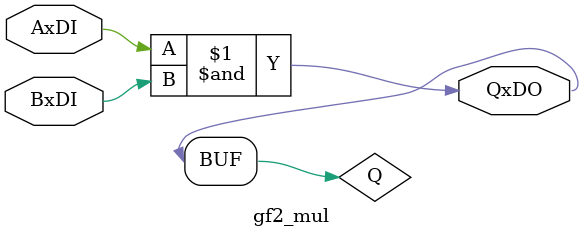
<source format=v>
module gf2_mul
#
(
    parameter N = 1
)
(
    AxDI,
    BxDI,
    QxDO
);
input [N-1:0] AxDI;
input [N-1:0] BxDI;
output [N-1:0] QxDO;

generate
    wire [N-1:0] Q;

    if (N==1) begin
        assign Q = AxDI & BxDI;
    end

    if (N==2) begin
        wire [N-1:0] A;
        wire [N-1:0] B;
        wire [N-1:0] Q_norm;

        assign A[0] = AxDI[0];
        assign A[1] = AxDI[1];
        assign B[0] = BxDI[0];
        assign B[1] = BxDI[1];

        assign Q_norm[0] = (A[0] & B[1]) ^ (A[1] & B[0]) ^ (A[1] & B[1]);//((A[1] ^ A[0]) & (B[1] ^ B[0])) ^ (A[0] & B[0]);
        assign Q_norm[1] = (A[0] & B[1]) ^ (A[1] & B[0]) ^ (A[0] & B[0]);//((A[1] ^ A[0]) & (B[1] ^ B[0])) ^ (A[1] & B[1]);
        
        assign Q[0] = Q_norm[0];
        assign Q[1] = Q_norm[1];
    end

    if (N==4) begin
        wire [3:0] A;
        wire [3:0] B;
        wire [3:0] Q_norm;
        wire [1:0] PH;
        wire [1:0] PL;
        wire [1:0] P;
        wire [1:0] AA;
        wire [1:0] BB;

        assign A[3] = AxDI[3];
        assign A[2] = AxDI[2];
        assign A[1] = AxDI[1];
        assign A[0] = AxDI[0];
        
        assign B[3] = BxDI[3];
        assign B[2] = BxDI[2];
        assign B[1] = BxDI[1];
        assign B[0] = BxDI[0];
        
        // HI MUL GF2^4 multiplier
        assign PH[0] = (A[2] & B[3]) ^ (A[3] & B[2]) ^ (A[3] & B[3]);//((A[3] ^ A[2]) & (B[3] ^ B[2])) ^ (A[2] & B[2]);
        assign PH[1] = (A[2] & B[3]) ^ (A[3] & B[2]) ^ (A[2] & B[2]);//((A[3] ^ A[2]) & (B[3] ^ B[2])) ^ (A[3] & B[3]);
        
        // LO MUL GF2^4 multiplier
        assign PL[0] = (A[0] & B[1]) ^ (A[1] & B[0]) ^ (A[1] & B[1]);//((A[1] ^ A[0]) & (B[1] ^ B[0])) ^ (A[0] & B[0]);
        assign PL[1] = (A[0] & B[1]) ^ (A[1] & B[0]) ^ (A[0] & B[0]);//((A[1] ^ A[0]) & (B[1] ^ B[0])) ^ (A[1] & B[1]);

        // MUL and SQUARE SCALE
        assign AA = {A[3], A[2]} ^ {A[1], A[0]};
        assign BB = {B[3], B[2]} ^ {B[1], B[0]};

        assign P[1] = ((AA[1] ^ AA[0]) & (BB[1] ^ BB[0])) ^ (AA[0] & BB[0]); //(AA[0] & BB[1]) ^ (AA[1] & BB[0]) ^ (AA[1] & BB[1]);//
        assign P[0] = (AA[0] & BB[0]) ^ (AA[1] & BB[1]);

        // Output assignment
        assign Q_norm = {(PH ^ P), (PL ^ P)};

        // Linear mapping:
        assign Q[3] = Q_norm[3];
        assign Q[2] = Q_norm[2];
        assign Q[1] = Q_norm[1];
        assign Q[0] = Q_norm[0];
    end

    assign QxDO = Q;
endgenerate

endmodule

</source>
